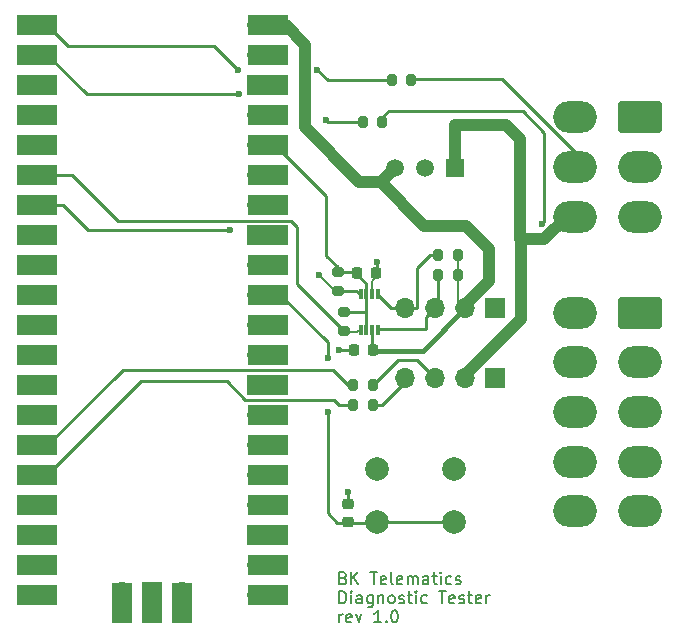
<source format=gbr>
%TF.GenerationSoftware,KiCad,Pcbnew,8.99.0-1891-ge2bd76bdce*%
%TF.CreationDate,2024-09-02T10:31:20+03:00*%
%TF.ProjectId,diagnostic_tester,64696167-6e6f-4737-9469-635f74657374,rev?*%
%TF.SameCoordinates,Original*%
%TF.FileFunction,Copper,L1,Top*%
%TF.FilePolarity,Positive*%
%FSLAX46Y46*%
G04 Gerber Fmt 4.6, Leading zero omitted, Abs format (unit mm)*
G04 Created by KiCad (PCBNEW 8.99.0-1891-ge2bd76bdce) date 2024-09-02 10:31:20*
%MOMM*%
%LPD*%
G01*
G04 APERTURE LIST*
G04 Aperture macros list*
%AMRoundRect*
0 Rectangle with rounded corners*
0 $1 Rounding radius*
0 $2 $3 $4 $5 $6 $7 $8 $9 X,Y pos of 4 corners*
0 Add a 4 corners polygon primitive as box body*
4,1,4,$2,$3,$4,$5,$6,$7,$8,$9,$2,$3,0*
0 Add four circle primitives for the rounded corners*
1,1,$1+$1,$2,$3*
1,1,$1+$1,$4,$5*
1,1,$1+$1,$6,$7*
1,1,$1+$1,$8,$9*
0 Add four rect primitives between the rounded corners*
20,1,$1+$1,$2,$3,$4,$5,0*
20,1,$1+$1,$4,$5,$6,$7,0*
20,1,$1+$1,$6,$7,$8,$9,0*
20,1,$1+$1,$8,$9,$2,$3,0*%
G04 Aperture macros list end*
%ADD10C,0.200000*%
%TA.AperFunction,NonConductor*%
%ADD11C,0.200000*%
%TD*%
%TA.AperFunction,ComponentPad*%
%ADD12RoundRect,0.250001X-1.599999X1.099999X-1.599999X-1.099999X1.599999X-1.099999X1.599999X1.099999X0*%
%TD*%
%TA.AperFunction,ComponentPad*%
%ADD13O,3.700000X2.700000*%
%TD*%
%TA.AperFunction,ComponentPad*%
%ADD14C,2.000000*%
%TD*%
%TA.AperFunction,SMDPad,CuDef*%
%ADD15RoundRect,0.200000X0.275000X-0.200000X0.275000X0.200000X-0.275000X0.200000X-0.275000X-0.200000X0*%
%TD*%
%TA.AperFunction,ComponentPad*%
%ADD16R,1.700000X1.700000*%
%TD*%
%TA.AperFunction,ComponentPad*%
%ADD17O,1.700000X1.700000*%
%TD*%
%TA.AperFunction,SMDPad,CuDef*%
%ADD18RoundRect,0.225000X-0.225000X-0.250000X0.225000X-0.250000X0.225000X0.250000X-0.225000X0.250000X0*%
%TD*%
%TA.AperFunction,SMDPad,CuDef*%
%ADD19RoundRect,0.225000X0.250000X-0.225000X0.250000X0.225000X-0.250000X0.225000X-0.250000X-0.225000X0*%
%TD*%
%TA.AperFunction,SMDPad,CuDef*%
%ADD20RoundRect,0.200000X0.200000X0.275000X-0.200000X0.275000X-0.200000X-0.275000X0.200000X-0.275000X0*%
%TD*%
%TA.AperFunction,SMDPad,CuDef*%
%ADD21RoundRect,0.200000X-0.200000X-0.275000X0.200000X-0.275000X0.200000X0.275000X-0.200000X0.275000X0*%
%TD*%
%TA.AperFunction,SMDPad,CuDef*%
%ADD22R,0.300000X0.850000*%
%TD*%
%TA.AperFunction,ComponentPad*%
%ADD23R,1.500000X1.500000*%
%TD*%
%TA.AperFunction,ComponentPad*%
%ADD24C,1.500000*%
%TD*%
%TA.AperFunction,SMDPad,CuDef*%
%ADD25RoundRect,0.225000X0.225000X0.250000X-0.225000X0.250000X-0.225000X-0.250000X0.225000X-0.250000X0*%
%TD*%
%TA.AperFunction,SMDPad,CuDef*%
%ADD26R,3.500000X1.700000*%
%TD*%
%TA.AperFunction,SMDPad,CuDef*%
%ADD27R,1.700000X3.500000*%
%TD*%
%TA.AperFunction,ViaPad*%
%ADD28C,0.600000*%
%TD*%
%TA.AperFunction,Conductor*%
%ADD29C,0.254000*%
%TD*%
%TA.AperFunction,Conductor*%
%ADD30C,1.000000*%
%TD*%
%TA.AperFunction,Conductor*%
%ADD31C,0.150000*%
%TD*%
%TA.AperFunction,Conductor*%
%ADD32C,0.400000*%
%TD*%
%TA.AperFunction,Conductor*%
%ADD33C,0.200000*%
%TD*%
G04 APERTURE END LIST*
D10*
D11*
X80143006Y-86243521D02*
X80285863Y-86291140D01*
X80285863Y-86291140D02*
X80333482Y-86338759D01*
X80333482Y-86338759D02*
X80381101Y-86433997D01*
X80381101Y-86433997D02*
X80381101Y-86576854D01*
X80381101Y-86576854D02*
X80333482Y-86672092D01*
X80333482Y-86672092D02*
X80285863Y-86719712D01*
X80285863Y-86719712D02*
X80190625Y-86767331D01*
X80190625Y-86767331D02*
X79809673Y-86767331D01*
X79809673Y-86767331D02*
X79809673Y-85767331D01*
X79809673Y-85767331D02*
X80143006Y-85767331D01*
X80143006Y-85767331D02*
X80238244Y-85814950D01*
X80238244Y-85814950D02*
X80285863Y-85862569D01*
X80285863Y-85862569D02*
X80333482Y-85957807D01*
X80333482Y-85957807D02*
X80333482Y-86053045D01*
X80333482Y-86053045D02*
X80285863Y-86148283D01*
X80285863Y-86148283D02*
X80238244Y-86195902D01*
X80238244Y-86195902D02*
X80143006Y-86243521D01*
X80143006Y-86243521D02*
X79809673Y-86243521D01*
X80809673Y-86767331D02*
X80809673Y-85767331D01*
X81381101Y-86767331D02*
X80952530Y-86195902D01*
X81381101Y-85767331D02*
X80809673Y-86338759D01*
X82428721Y-85767331D02*
X83000149Y-85767331D01*
X82714435Y-86767331D02*
X82714435Y-85767331D01*
X83714435Y-86719712D02*
X83619197Y-86767331D01*
X83619197Y-86767331D02*
X83428721Y-86767331D01*
X83428721Y-86767331D02*
X83333483Y-86719712D01*
X83333483Y-86719712D02*
X83285864Y-86624473D01*
X83285864Y-86624473D02*
X83285864Y-86243521D01*
X83285864Y-86243521D02*
X83333483Y-86148283D01*
X83333483Y-86148283D02*
X83428721Y-86100664D01*
X83428721Y-86100664D02*
X83619197Y-86100664D01*
X83619197Y-86100664D02*
X83714435Y-86148283D01*
X83714435Y-86148283D02*
X83762054Y-86243521D01*
X83762054Y-86243521D02*
X83762054Y-86338759D01*
X83762054Y-86338759D02*
X83285864Y-86433997D01*
X84333483Y-86767331D02*
X84238245Y-86719712D01*
X84238245Y-86719712D02*
X84190626Y-86624473D01*
X84190626Y-86624473D02*
X84190626Y-85767331D01*
X85095388Y-86719712D02*
X85000150Y-86767331D01*
X85000150Y-86767331D02*
X84809674Y-86767331D01*
X84809674Y-86767331D02*
X84714436Y-86719712D01*
X84714436Y-86719712D02*
X84666817Y-86624473D01*
X84666817Y-86624473D02*
X84666817Y-86243521D01*
X84666817Y-86243521D02*
X84714436Y-86148283D01*
X84714436Y-86148283D02*
X84809674Y-86100664D01*
X84809674Y-86100664D02*
X85000150Y-86100664D01*
X85000150Y-86100664D02*
X85095388Y-86148283D01*
X85095388Y-86148283D02*
X85143007Y-86243521D01*
X85143007Y-86243521D02*
X85143007Y-86338759D01*
X85143007Y-86338759D02*
X84666817Y-86433997D01*
X85571579Y-86767331D02*
X85571579Y-86100664D01*
X85571579Y-86195902D02*
X85619198Y-86148283D01*
X85619198Y-86148283D02*
X85714436Y-86100664D01*
X85714436Y-86100664D02*
X85857293Y-86100664D01*
X85857293Y-86100664D02*
X85952531Y-86148283D01*
X85952531Y-86148283D02*
X86000150Y-86243521D01*
X86000150Y-86243521D02*
X86000150Y-86767331D01*
X86000150Y-86243521D02*
X86047769Y-86148283D01*
X86047769Y-86148283D02*
X86143007Y-86100664D01*
X86143007Y-86100664D02*
X86285864Y-86100664D01*
X86285864Y-86100664D02*
X86381103Y-86148283D01*
X86381103Y-86148283D02*
X86428722Y-86243521D01*
X86428722Y-86243521D02*
X86428722Y-86767331D01*
X87333483Y-86767331D02*
X87333483Y-86243521D01*
X87333483Y-86243521D02*
X87285864Y-86148283D01*
X87285864Y-86148283D02*
X87190626Y-86100664D01*
X87190626Y-86100664D02*
X87000150Y-86100664D01*
X87000150Y-86100664D02*
X86904912Y-86148283D01*
X87333483Y-86719712D02*
X87238245Y-86767331D01*
X87238245Y-86767331D02*
X87000150Y-86767331D01*
X87000150Y-86767331D02*
X86904912Y-86719712D01*
X86904912Y-86719712D02*
X86857293Y-86624473D01*
X86857293Y-86624473D02*
X86857293Y-86529235D01*
X86857293Y-86529235D02*
X86904912Y-86433997D01*
X86904912Y-86433997D02*
X87000150Y-86386378D01*
X87000150Y-86386378D02*
X87238245Y-86386378D01*
X87238245Y-86386378D02*
X87333483Y-86338759D01*
X87666817Y-86100664D02*
X88047769Y-86100664D01*
X87809674Y-85767331D02*
X87809674Y-86624473D01*
X87809674Y-86624473D02*
X87857293Y-86719712D01*
X87857293Y-86719712D02*
X87952531Y-86767331D01*
X87952531Y-86767331D02*
X88047769Y-86767331D01*
X88381103Y-86767331D02*
X88381103Y-86100664D01*
X88381103Y-85767331D02*
X88333484Y-85814950D01*
X88333484Y-85814950D02*
X88381103Y-85862569D01*
X88381103Y-85862569D02*
X88428722Y-85814950D01*
X88428722Y-85814950D02*
X88381103Y-85767331D01*
X88381103Y-85767331D02*
X88381103Y-85862569D01*
X89285864Y-86719712D02*
X89190626Y-86767331D01*
X89190626Y-86767331D02*
X89000150Y-86767331D01*
X89000150Y-86767331D02*
X88904912Y-86719712D01*
X88904912Y-86719712D02*
X88857293Y-86672092D01*
X88857293Y-86672092D02*
X88809674Y-86576854D01*
X88809674Y-86576854D02*
X88809674Y-86291140D01*
X88809674Y-86291140D02*
X88857293Y-86195902D01*
X88857293Y-86195902D02*
X88904912Y-86148283D01*
X88904912Y-86148283D02*
X89000150Y-86100664D01*
X89000150Y-86100664D02*
X89190626Y-86100664D01*
X89190626Y-86100664D02*
X89285864Y-86148283D01*
X89666817Y-86719712D02*
X89762055Y-86767331D01*
X89762055Y-86767331D02*
X89952531Y-86767331D01*
X89952531Y-86767331D02*
X90047769Y-86719712D01*
X90047769Y-86719712D02*
X90095388Y-86624473D01*
X90095388Y-86624473D02*
X90095388Y-86576854D01*
X90095388Y-86576854D02*
X90047769Y-86481616D01*
X90047769Y-86481616D02*
X89952531Y-86433997D01*
X89952531Y-86433997D02*
X89809674Y-86433997D01*
X89809674Y-86433997D02*
X89714436Y-86386378D01*
X89714436Y-86386378D02*
X89666817Y-86291140D01*
X89666817Y-86291140D02*
X89666817Y-86243521D01*
X89666817Y-86243521D02*
X89714436Y-86148283D01*
X89714436Y-86148283D02*
X89809674Y-86100664D01*
X89809674Y-86100664D02*
X89952531Y-86100664D01*
X89952531Y-86100664D02*
X90047769Y-86148283D01*
X79809673Y-88377275D02*
X79809673Y-87377275D01*
X79809673Y-87377275D02*
X80047768Y-87377275D01*
X80047768Y-87377275D02*
X80190625Y-87424894D01*
X80190625Y-87424894D02*
X80285863Y-87520132D01*
X80285863Y-87520132D02*
X80333482Y-87615370D01*
X80333482Y-87615370D02*
X80381101Y-87805846D01*
X80381101Y-87805846D02*
X80381101Y-87948703D01*
X80381101Y-87948703D02*
X80333482Y-88139179D01*
X80333482Y-88139179D02*
X80285863Y-88234417D01*
X80285863Y-88234417D02*
X80190625Y-88329656D01*
X80190625Y-88329656D02*
X80047768Y-88377275D01*
X80047768Y-88377275D02*
X79809673Y-88377275D01*
X80809673Y-88377275D02*
X80809673Y-87710608D01*
X80809673Y-87377275D02*
X80762054Y-87424894D01*
X80762054Y-87424894D02*
X80809673Y-87472513D01*
X80809673Y-87472513D02*
X80857292Y-87424894D01*
X80857292Y-87424894D02*
X80809673Y-87377275D01*
X80809673Y-87377275D02*
X80809673Y-87472513D01*
X81714434Y-88377275D02*
X81714434Y-87853465D01*
X81714434Y-87853465D02*
X81666815Y-87758227D01*
X81666815Y-87758227D02*
X81571577Y-87710608D01*
X81571577Y-87710608D02*
X81381101Y-87710608D01*
X81381101Y-87710608D02*
X81285863Y-87758227D01*
X81714434Y-88329656D02*
X81619196Y-88377275D01*
X81619196Y-88377275D02*
X81381101Y-88377275D01*
X81381101Y-88377275D02*
X81285863Y-88329656D01*
X81285863Y-88329656D02*
X81238244Y-88234417D01*
X81238244Y-88234417D02*
X81238244Y-88139179D01*
X81238244Y-88139179D02*
X81285863Y-88043941D01*
X81285863Y-88043941D02*
X81381101Y-87996322D01*
X81381101Y-87996322D02*
X81619196Y-87996322D01*
X81619196Y-87996322D02*
X81714434Y-87948703D01*
X82619196Y-87710608D02*
X82619196Y-88520132D01*
X82619196Y-88520132D02*
X82571577Y-88615370D01*
X82571577Y-88615370D02*
X82523958Y-88662989D01*
X82523958Y-88662989D02*
X82428720Y-88710608D01*
X82428720Y-88710608D02*
X82285863Y-88710608D01*
X82285863Y-88710608D02*
X82190625Y-88662989D01*
X82619196Y-88329656D02*
X82523958Y-88377275D01*
X82523958Y-88377275D02*
X82333482Y-88377275D01*
X82333482Y-88377275D02*
X82238244Y-88329656D01*
X82238244Y-88329656D02*
X82190625Y-88282036D01*
X82190625Y-88282036D02*
X82143006Y-88186798D01*
X82143006Y-88186798D02*
X82143006Y-87901084D01*
X82143006Y-87901084D02*
X82190625Y-87805846D01*
X82190625Y-87805846D02*
X82238244Y-87758227D01*
X82238244Y-87758227D02*
X82333482Y-87710608D01*
X82333482Y-87710608D02*
X82523958Y-87710608D01*
X82523958Y-87710608D02*
X82619196Y-87758227D01*
X83095387Y-87710608D02*
X83095387Y-88377275D01*
X83095387Y-87805846D02*
X83143006Y-87758227D01*
X83143006Y-87758227D02*
X83238244Y-87710608D01*
X83238244Y-87710608D02*
X83381101Y-87710608D01*
X83381101Y-87710608D02*
X83476339Y-87758227D01*
X83476339Y-87758227D02*
X83523958Y-87853465D01*
X83523958Y-87853465D02*
X83523958Y-88377275D01*
X84143006Y-88377275D02*
X84047768Y-88329656D01*
X84047768Y-88329656D02*
X84000149Y-88282036D01*
X84000149Y-88282036D02*
X83952530Y-88186798D01*
X83952530Y-88186798D02*
X83952530Y-87901084D01*
X83952530Y-87901084D02*
X84000149Y-87805846D01*
X84000149Y-87805846D02*
X84047768Y-87758227D01*
X84047768Y-87758227D02*
X84143006Y-87710608D01*
X84143006Y-87710608D02*
X84285863Y-87710608D01*
X84285863Y-87710608D02*
X84381101Y-87758227D01*
X84381101Y-87758227D02*
X84428720Y-87805846D01*
X84428720Y-87805846D02*
X84476339Y-87901084D01*
X84476339Y-87901084D02*
X84476339Y-88186798D01*
X84476339Y-88186798D02*
X84428720Y-88282036D01*
X84428720Y-88282036D02*
X84381101Y-88329656D01*
X84381101Y-88329656D02*
X84285863Y-88377275D01*
X84285863Y-88377275D02*
X84143006Y-88377275D01*
X84857292Y-88329656D02*
X84952530Y-88377275D01*
X84952530Y-88377275D02*
X85143006Y-88377275D01*
X85143006Y-88377275D02*
X85238244Y-88329656D01*
X85238244Y-88329656D02*
X85285863Y-88234417D01*
X85285863Y-88234417D02*
X85285863Y-88186798D01*
X85285863Y-88186798D02*
X85238244Y-88091560D01*
X85238244Y-88091560D02*
X85143006Y-88043941D01*
X85143006Y-88043941D02*
X85000149Y-88043941D01*
X85000149Y-88043941D02*
X84904911Y-87996322D01*
X84904911Y-87996322D02*
X84857292Y-87901084D01*
X84857292Y-87901084D02*
X84857292Y-87853465D01*
X84857292Y-87853465D02*
X84904911Y-87758227D01*
X84904911Y-87758227D02*
X85000149Y-87710608D01*
X85000149Y-87710608D02*
X85143006Y-87710608D01*
X85143006Y-87710608D02*
X85238244Y-87758227D01*
X85571578Y-87710608D02*
X85952530Y-87710608D01*
X85714435Y-87377275D02*
X85714435Y-88234417D01*
X85714435Y-88234417D02*
X85762054Y-88329656D01*
X85762054Y-88329656D02*
X85857292Y-88377275D01*
X85857292Y-88377275D02*
X85952530Y-88377275D01*
X86285864Y-88377275D02*
X86285864Y-87710608D01*
X86285864Y-87377275D02*
X86238245Y-87424894D01*
X86238245Y-87424894D02*
X86285864Y-87472513D01*
X86285864Y-87472513D02*
X86333483Y-87424894D01*
X86333483Y-87424894D02*
X86285864Y-87377275D01*
X86285864Y-87377275D02*
X86285864Y-87472513D01*
X87190625Y-88329656D02*
X87095387Y-88377275D01*
X87095387Y-88377275D02*
X86904911Y-88377275D01*
X86904911Y-88377275D02*
X86809673Y-88329656D01*
X86809673Y-88329656D02*
X86762054Y-88282036D01*
X86762054Y-88282036D02*
X86714435Y-88186798D01*
X86714435Y-88186798D02*
X86714435Y-87901084D01*
X86714435Y-87901084D02*
X86762054Y-87805846D01*
X86762054Y-87805846D02*
X86809673Y-87758227D01*
X86809673Y-87758227D02*
X86904911Y-87710608D01*
X86904911Y-87710608D02*
X87095387Y-87710608D01*
X87095387Y-87710608D02*
X87190625Y-87758227D01*
X88238245Y-87377275D02*
X88809673Y-87377275D01*
X88523959Y-88377275D02*
X88523959Y-87377275D01*
X89523959Y-88329656D02*
X89428721Y-88377275D01*
X89428721Y-88377275D02*
X89238245Y-88377275D01*
X89238245Y-88377275D02*
X89143007Y-88329656D01*
X89143007Y-88329656D02*
X89095388Y-88234417D01*
X89095388Y-88234417D02*
X89095388Y-87853465D01*
X89095388Y-87853465D02*
X89143007Y-87758227D01*
X89143007Y-87758227D02*
X89238245Y-87710608D01*
X89238245Y-87710608D02*
X89428721Y-87710608D01*
X89428721Y-87710608D02*
X89523959Y-87758227D01*
X89523959Y-87758227D02*
X89571578Y-87853465D01*
X89571578Y-87853465D02*
X89571578Y-87948703D01*
X89571578Y-87948703D02*
X89095388Y-88043941D01*
X89952531Y-88329656D02*
X90047769Y-88377275D01*
X90047769Y-88377275D02*
X90238245Y-88377275D01*
X90238245Y-88377275D02*
X90333483Y-88329656D01*
X90333483Y-88329656D02*
X90381102Y-88234417D01*
X90381102Y-88234417D02*
X90381102Y-88186798D01*
X90381102Y-88186798D02*
X90333483Y-88091560D01*
X90333483Y-88091560D02*
X90238245Y-88043941D01*
X90238245Y-88043941D02*
X90095388Y-88043941D01*
X90095388Y-88043941D02*
X90000150Y-87996322D01*
X90000150Y-87996322D02*
X89952531Y-87901084D01*
X89952531Y-87901084D02*
X89952531Y-87853465D01*
X89952531Y-87853465D02*
X90000150Y-87758227D01*
X90000150Y-87758227D02*
X90095388Y-87710608D01*
X90095388Y-87710608D02*
X90238245Y-87710608D01*
X90238245Y-87710608D02*
X90333483Y-87758227D01*
X90666817Y-87710608D02*
X91047769Y-87710608D01*
X90809674Y-87377275D02*
X90809674Y-88234417D01*
X90809674Y-88234417D02*
X90857293Y-88329656D01*
X90857293Y-88329656D02*
X90952531Y-88377275D01*
X90952531Y-88377275D02*
X91047769Y-88377275D01*
X91762055Y-88329656D02*
X91666817Y-88377275D01*
X91666817Y-88377275D02*
X91476341Y-88377275D01*
X91476341Y-88377275D02*
X91381103Y-88329656D01*
X91381103Y-88329656D02*
X91333484Y-88234417D01*
X91333484Y-88234417D02*
X91333484Y-87853465D01*
X91333484Y-87853465D02*
X91381103Y-87758227D01*
X91381103Y-87758227D02*
X91476341Y-87710608D01*
X91476341Y-87710608D02*
X91666817Y-87710608D01*
X91666817Y-87710608D02*
X91762055Y-87758227D01*
X91762055Y-87758227D02*
X91809674Y-87853465D01*
X91809674Y-87853465D02*
X91809674Y-87948703D01*
X91809674Y-87948703D02*
X91333484Y-88043941D01*
X92238246Y-88377275D02*
X92238246Y-87710608D01*
X92238246Y-87901084D02*
X92285865Y-87805846D01*
X92285865Y-87805846D02*
X92333484Y-87758227D01*
X92333484Y-87758227D02*
X92428722Y-87710608D01*
X92428722Y-87710608D02*
X92523960Y-87710608D01*
X79809673Y-89987219D02*
X79809673Y-89320552D01*
X79809673Y-89511028D02*
X79857292Y-89415790D01*
X79857292Y-89415790D02*
X79904911Y-89368171D01*
X79904911Y-89368171D02*
X80000149Y-89320552D01*
X80000149Y-89320552D02*
X80095387Y-89320552D01*
X80809673Y-89939600D02*
X80714435Y-89987219D01*
X80714435Y-89987219D02*
X80523959Y-89987219D01*
X80523959Y-89987219D02*
X80428721Y-89939600D01*
X80428721Y-89939600D02*
X80381102Y-89844361D01*
X80381102Y-89844361D02*
X80381102Y-89463409D01*
X80381102Y-89463409D02*
X80428721Y-89368171D01*
X80428721Y-89368171D02*
X80523959Y-89320552D01*
X80523959Y-89320552D02*
X80714435Y-89320552D01*
X80714435Y-89320552D02*
X80809673Y-89368171D01*
X80809673Y-89368171D02*
X80857292Y-89463409D01*
X80857292Y-89463409D02*
X80857292Y-89558647D01*
X80857292Y-89558647D02*
X80381102Y-89653885D01*
X81190626Y-89320552D02*
X81428721Y-89987219D01*
X81428721Y-89987219D02*
X81666816Y-89320552D01*
X83333483Y-89987219D02*
X82762055Y-89987219D01*
X83047769Y-89987219D02*
X83047769Y-88987219D01*
X83047769Y-88987219D02*
X82952531Y-89130076D01*
X82952531Y-89130076D02*
X82857293Y-89225314D01*
X82857293Y-89225314D02*
X82762055Y-89272933D01*
X83762055Y-89891980D02*
X83809674Y-89939600D01*
X83809674Y-89939600D02*
X83762055Y-89987219D01*
X83762055Y-89987219D02*
X83714436Y-89939600D01*
X83714436Y-89939600D02*
X83762055Y-89891980D01*
X83762055Y-89891980D02*
X83762055Y-89987219D01*
X84428721Y-88987219D02*
X84523959Y-88987219D01*
X84523959Y-88987219D02*
X84619197Y-89034838D01*
X84619197Y-89034838D02*
X84666816Y-89082457D01*
X84666816Y-89082457D02*
X84714435Y-89177695D01*
X84714435Y-89177695D02*
X84762054Y-89368171D01*
X84762054Y-89368171D02*
X84762054Y-89606266D01*
X84762054Y-89606266D02*
X84714435Y-89796742D01*
X84714435Y-89796742D02*
X84666816Y-89891980D01*
X84666816Y-89891980D02*
X84619197Y-89939600D01*
X84619197Y-89939600D02*
X84523959Y-89987219D01*
X84523959Y-89987219D02*
X84428721Y-89987219D01*
X84428721Y-89987219D02*
X84333483Y-89939600D01*
X84333483Y-89939600D02*
X84285864Y-89891980D01*
X84285864Y-89891980D02*
X84238245Y-89796742D01*
X84238245Y-89796742D02*
X84190626Y-89606266D01*
X84190626Y-89606266D02*
X84190626Y-89368171D01*
X84190626Y-89368171D02*
X84238245Y-89177695D01*
X84238245Y-89177695D02*
X84285864Y-89082457D01*
X84285864Y-89082457D02*
X84333483Y-89034838D01*
X84333483Y-89034838D02*
X84428721Y-88987219D01*
D12*
%TO.P,J4,1,Pin_1*%
%TO.N,unconnected-(J4-Pin_1-Pad1)*%
X105285000Y-63790000D03*
D13*
%TO.P,J4,2,Pin_2*%
%TO.N,unconnected-(J4-Pin_2-Pad2)*%
X105285000Y-67990000D03*
%TO.P,J4,3,Pin_3*%
%TO.N,unconnected-(J4-Pin_3-Pad3)*%
X105285000Y-72190000D03*
%TO.P,J4,4,Pin_4*%
%TO.N,unconnected-(J4-Pin_4-Pad4)*%
X105285000Y-76390000D03*
%TO.P,J4,5,Pin_5*%
%TO.N,GND*%
X105285000Y-80590000D03*
%TO.P,J4,6,Pin_6*%
%TO.N,unconnected-(J4-Pin_6-Pad6)*%
X99785000Y-63790000D03*
%TO.P,J4,7,Pin_7*%
%TO.N,/TX_MASTER*%
X99785000Y-67990000D03*
%TO.P,J4,8,Pin_8*%
%TO.N,unconnected-(J4-Pin_8-Pad8)*%
X99785000Y-72190000D03*
%TO.P,J4,9,Pin_9*%
%TO.N,GND*%
X99785000Y-76390000D03*
%TO.P,J4,10,Pin_10*%
%TO.N,unconnected-(J4-Pin_10-Pad10)*%
X99785000Y-80590000D03*
%TD*%
D14*
%TO.P,SW1,1,1*%
%TO.N,Net-(U3-GPIO26_ADC0)*%
X89500000Y-81500000D03*
X83000000Y-81500000D03*
%TO.P,SW1,2,2*%
%TO.N,GND*%
X89500000Y-77000000D03*
X83000000Y-77000000D03*
%TD*%
D15*
%TO.P,R6,1*%
%TO.N,/PICO_SCL*%
X79700000Y-61950000D03*
%TO.P,R6,2*%
%TO.N,+3V3*%
X79700000Y-60300000D03*
%TD*%
D16*
%TO.P,J1,1,Pin_1*%
%TO.N,GND*%
X93000000Y-63400000D03*
D17*
%TO.P,J1,2,Pin_2*%
%TO.N,+5V*%
X90460000Y-63400000D03*
%TO.P,J1,3,Pin_3*%
%TO.N,/LCD_SDA*%
X87920000Y-63400000D03*
%TO.P,J1,4,Pin_4*%
%TO.N,/LCD_SCL*%
X85380000Y-63400000D03*
%TD*%
D18*
%TO.P,C3,1*%
%TO.N,+3V3*%
X81325000Y-60420000D03*
%TO.P,C3,2*%
%TO.N,GND*%
X82875000Y-60420000D03*
%TD*%
D19*
%TO.P,C1,1*%
%TO.N,Net-(U3-GPIO26_ADC0)*%
X80540000Y-81495000D03*
%TO.P,C1,2*%
%TO.N,GND*%
X80540000Y-79945000D03*
%TD*%
D20*
%TO.P,R4,1*%
%TO.N,/TX_SNIFFER*%
X82620000Y-71600000D03*
%TO.P,R4,2*%
%TO.N,/RX1*%
X80970000Y-71600000D03*
%TD*%
D15*
%TO.P,R5,1*%
%TO.N,/PICO_SDA*%
X80200000Y-65350000D03*
%TO.P,R5,2*%
%TO.N,+3V3*%
X80200000Y-63700000D03*
%TD*%
D21*
%TO.P,R8,1*%
%TO.N,/LCD_SCL*%
X88170000Y-58910000D03*
%TO.P,R8,2*%
%TO.N,+5V*%
X89820000Y-58910000D03*
%TD*%
D22*
%TO.P,U1,1,B2*%
%TO.N,/LCD_SCL*%
X83090000Y-62170000D03*
%TO.P,U1,2,GND*%
%TO.N,GND*%
X82590000Y-62170000D03*
%TO.P,U1,3,VCCA*%
%TO.N,+3V3*%
X82090000Y-62170000D03*
%TO.P,U1,4,A2*%
%TO.N,/PICO_SCL*%
X81590000Y-62170000D03*
%TO.P,U1,5,A1*%
%TO.N,/PICO_SDA*%
X81590000Y-65270000D03*
%TO.P,U1,6,OE*%
%TO.N,+3V3*%
X82090000Y-65270000D03*
%TO.P,U1,7,VCCB*%
%TO.N,+5V*%
X82590000Y-65270000D03*
%TO.P,U1,8,B1*%
%TO.N,/LCD_SDA*%
X83090000Y-65270000D03*
%TD*%
D23*
%TO.P,U2,1,Vin*%
%TO.N,+24V*%
X89580000Y-51500000D03*
D24*
%TO.P,U2,2,GND*%
%TO.N,GND*%
X87040000Y-51500000D03*
%TO.P,U2,3,Vout*%
%TO.N,+5V*%
X84500000Y-51500000D03*
%TD*%
D16*
%TO.P,J2,1,Pin_1*%
%TO.N,GND*%
X92970000Y-69320000D03*
D17*
%TO.P,J2,2,Pin_2*%
%TO.N,+24V*%
X90430000Y-69320000D03*
%TO.P,J2,3,Pin_3*%
%TO.N,/RX_SNIFFER*%
X87890000Y-69320000D03*
%TO.P,J2,4,Pin_4*%
%TO.N,/TX_SNIFFER*%
X85350000Y-69320000D03*
%TD*%
D12*
%TO.P,J3,1,Pin_1*%
%TO.N,unconnected-(J3-Pin_1-Pad1)*%
X105285000Y-47250000D03*
D13*
%TO.P,J3,2,Pin_2*%
%TO.N,unconnected-(J3-Pin_2-Pad2)*%
X105285000Y-51450000D03*
%TO.P,J3,3,Pin_3*%
%TO.N,GND*%
X105285000Y-55650000D03*
%TO.P,J3,4,Pin_4*%
%TO.N,unconnected-(J3-Pin_4-Pad4)*%
X99785000Y-47250000D03*
%TO.P,J3,5,Pin_5*%
%TO.N,/RX_MASTER*%
X99785000Y-51450000D03*
%TO.P,J3,6,Pin_6*%
%TO.N,+24V*%
X99785000Y-55650000D03*
%TD*%
D20*
%TO.P,R1,1*%
%TO.N,/RX_MASTER*%
X85885000Y-44100000D03*
%TO.P,R1,2*%
%TO.N,/TX0*%
X84235000Y-44100000D03*
%TD*%
%TO.P,R2,1*%
%TO.N,/TX_MASTER*%
X83430000Y-47600000D03*
%TO.P,R2,2*%
%TO.N,/RX0*%
X81780000Y-47600000D03*
%TD*%
D25*
%TO.P,C2,1*%
%TO.N,+5V*%
X82610000Y-66960000D03*
%TO.P,C2,2*%
%TO.N,GND*%
X81060000Y-66960000D03*
%TD*%
D21*
%TO.P,R7,1*%
%TO.N,/LCD_SDA*%
X88175000Y-60600000D03*
%TO.P,R7,2*%
%TO.N,+5V*%
X89825000Y-60600000D03*
%TD*%
D20*
%TO.P,R3,1*%
%TO.N,/RX_SNIFFER*%
X82620000Y-69900000D03*
%TO.P,R3,2*%
%TO.N,/TX1*%
X80970000Y-69900000D03*
%TD*%
D17*
%TO.P,U3,1,GPIO0*%
%TO.N,/TX0*%
X55085000Y-39440000D03*
D26*
X54185000Y-39440000D03*
D17*
%TO.P,U3,2,GPIO1*%
%TO.N,/RX0*%
X55085000Y-41980000D03*
D26*
X54185000Y-41980000D03*
D16*
%TO.P,U3,3,GND*%
%TO.N,GND*%
X55085000Y-44520000D03*
D26*
X54185000Y-44520000D03*
D17*
%TO.P,U3,4,GPIO2*%
%TO.N,unconnected-(U3-GPIO2-Pad4)*%
X55085000Y-47060000D03*
D26*
%TO.N,unconnected-(U3-GPIO2-Pad4)_1*%
X54185000Y-47060000D03*
D17*
%TO.P,U3,5,GPIO3*%
%TO.N,unconnected-(U3-GPIO3-Pad5)*%
X55085000Y-49600000D03*
D26*
%TO.N,unconnected-(U3-GPIO3-Pad5)_1*%
X54185000Y-49600000D03*
D17*
%TO.P,U3,6,GPIO4*%
%TO.N,/PICO_SDA*%
X55085000Y-52140000D03*
D26*
X54185000Y-52140000D03*
D17*
%TO.P,U3,7,GPIO5*%
%TO.N,/PICO_SCL*%
X55085000Y-54680000D03*
D26*
X54185000Y-54680000D03*
D16*
%TO.P,U3,8,GND*%
%TO.N,GND*%
X55085000Y-57220000D03*
D26*
X54185000Y-57220000D03*
D17*
%TO.P,U3,9,GPIO6*%
%TO.N,unconnected-(U3-GPIO6-Pad9)_1*%
X55085000Y-59760000D03*
D26*
%TO.N,unconnected-(U3-GPIO6-Pad9)*%
X54185000Y-59760000D03*
D17*
%TO.P,U3,10,GPIO7*%
%TO.N,unconnected-(U3-GPIO7-Pad10)_1*%
X55085000Y-62300000D03*
D26*
%TO.N,unconnected-(U3-GPIO7-Pad10)*%
X54185000Y-62300000D03*
D17*
%TO.P,U3,11,GPIO8*%
%TO.N,unconnected-(U3-GPIO8-Pad11)_1*%
X55085000Y-64840000D03*
D26*
%TO.N,unconnected-(U3-GPIO8-Pad11)*%
X54185000Y-64840000D03*
D17*
%TO.P,U3,12,GPIO9*%
%TO.N,unconnected-(U3-GPIO9-Pad12)_1*%
X55085000Y-67380000D03*
D26*
%TO.N,unconnected-(U3-GPIO9-Pad12)*%
X54185000Y-67380000D03*
D16*
%TO.P,U3,13,GND*%
%TO.N,GND*%
X55085000Y-69920000D03*
D26*
X54185000Y-69920000D03*
D17*
%TO.P,U3,14,GPIO10*%
%TO.N,unconnected-(U3-GPIO10-Pad14)*%
X55085000Y-72460000D03*
D26*
%TO.N,unconnected-(U3-GPIO10-Pad14)_1*%
X54185000Y-72460000D03*
D17*
%TO.P,U3,15,GPIO11*%
%TO.N,/TX1*%
X55085000Y-75000000D03*
D26*
X54185000Y-75000000D03*
D17*
%TO.P,U3,16,GPIO12*%
%TO.N,/RX1*%
X55085000Y-77540000D03*
D26*
X54185000Y-77540000D03*
D17*
%TO.P,U3,17,GPIO13*%
%TO.N,unconnected-(U3-GPIO13-Pad17)*%
X55085000Y-80080000D03*
D26*
%TO.N,unconnected-(U3-GPIO13-Pad17)_1*%
X54185000Y-80080000D03*
D16*
%TO.P,U3,18,GND*%
%TO.N,GND*%
X55085000Y-82620000D03*
D26*
X54185000Y-82620000D03*
D17*
%TO.P,U3,19,GPIO14*%
%TO.N,unconnected-(U3-GPIO14-Pad19)*%
X55085000Y-85160000D03*
D26*
%TO.N,unconnected-(U3-GPIO14-Pad19)_1*%
X54185000Y-85160000D03*
D17*
%TO.P,U3,20,GPIO15*%
%TO.N,unconnected-(U3-GPIO15-Pad20)_1*%
X55085000Y-87700000D03*
D26*
%TO.N,unconnected-(U3-GPIO15-Pad20)*%
X54185000Y-87700000D03*
D17*
%TO.P,U3,21,GPIO16*%
%TO.N,unconnected-(U3-GPIO16-Pad21)*%
X72865000Y-87700000D03*
D26*
%TO.N,unconnected-(U3-GPIO16-Pad21)_1*%
X73765000Y-87700000D03*
D17*
%TO.P,U3,22,GPIO17*%
%TO.N,unconnected-(U3-GPIO17-Pad22)*%
X72865000Y-85160000D03*
D26*
%TO.N,unconnected-(U3-GPIO17-Pad22)_1*%
X73765000Y-85160000D03*
D16*
%TO.P,U3,23,GND*%
%TO.N,GND*%
X72865000Y-82620000D03*
D26*
X73765000Y-82620000D03*
D17*
%TO.P,U3,24,GPIO18*%
%TO.N,unconnected-(U3-GPIO18-Pad24)*%
X72865000Y-80080000D03*
D26*
%TO.N,unconnected-(U3-GPIO18-Pad24)_1*%
X73765000Y-80080000D03*
D17*
%TO.P,U3,25,GPIO19*%
%TO.N,unconnected-(U3-GPIO19-Pad25)_1*%
X72865000Y-77540000D03*
D26*
%TO.N,unconnected-(U3-GPIO19-Pad25)*%
X73765000Y-77540000D03*
D17*
%TO.P,U3,26,GPIO20*%
%TO.N,unconnected-(U3-GPIO20-Pad26)*%
X72865000Y-75000000D03*
D26*
%TO.N,unconnected-(U3-GPIO20-Pad26)_1*%
X73765000Y-75000000D03*
D17*
%TO.P,U3,27,GPIO21*%
%TO.N,unconnected-(U3-GPIO21-Pad27)_1*%
X72865000Y-72460000D03*
D26*
%TO.N,unconnected-(U3-GPIO21-Pad27)*%
X73765000Y-72460000D03*
D16*
%TO.P,U3,28,GND*%
%TO.N,GND*%
X72865000Y-69920000D03*
D26*
X73765000Y-69920000D03*
D17*
%TO.P,U3,29,GPIO22*%
%TO.N,unconnected-(U3-GPIO22-Pad29)*%
X72865000Y-67380000D03*
D26*
%TO.N,unconnected-(U3-GPIO22-Pad29)_1*%
X73765000Y-67380000D03*
D17*
%TO.P,U3,30,RUN*%
%TO.N,unconnected-(U3-RUN-Pad30)_1*%
X72865000Y-64840000D03*
D26*
%TO.N,unconnected-(U3-RUN-Pad30)*%
X73765000Y-64840000D03*
D17*
%TO.P,U3,31,GPIO26_ADC0*%
%TO.N,Net-(U3-GPIO26_ADC0)*%
X72865000Y-62300000D03*
D26*
X73765000Y-62300000D03*
D17*
%TO.P,U3,32,GPIO27_ADC1*%
%TO.N,unconnected-(U3-GPIO27_ADC1-Pad32)*%
X72865000Y-59760000D03*
D26*
%TO.N,unconnected-(U3-GPIO27_ADC1-Pad32)_1*%
X73765000Y-59760000D03*
D16*
%TO.P,U3,33,AGND*%
%TO.N,GND*%
X72865000Y-57220000D03*
D26*
X73765000Y-57220000D03*
D17*
%TO.P,U3,34,GPIO28_ADC2*%
%TO.N,unconnected-(U3-GPIO28_ADC2-Pad34)*%
X72865000Y-54680000D03*
D26*
%TO.N,unconnected-(U3-GPIO28_ADC2-Pad34)_1*%
X73765000Y-54680000D03*
D17*
%TO.P,U3,35,ADC_VREF*%
%TO.N,unconnected-(U3-ADC_VREF-Pad35)_1*%
X72865000Y-52140000D03*
D26*
%TO.N,unconnected-(U3-ADC_VREF-Pad35)*%
X73765000Y-52140000D03*
D17*
%TO.P,U3,36,3V3*%
%TO.N,+3V3*%
X72865000Y-49600000D03*
D26*
X73765000Y-49600000D03*
D17*
%TO.P,U3,37,3V3_EN*%
%TO.N,unconnected-(U3-3V3_EN-Pad37)*%
X72865000Y-47060000D03*
D26*
%TO.N,unconnected-(U3-3V3_EN-Pad37)_1*%
X73765000Y-47060000D03*
D16*
%TO.P,U3,38,GND*%
%TO.N,GND*%
X72865000Y-44520000D03*
D26*
X73765000Y-44520000D03*
D17*
%TO.P,U3,39,VSYS*%
%TO.N,unconnected-(U3-VSYS-Pad39)_1*%
X72865000Y-41980000D03*
D26*
%TO.N,unconnected-(U3-VSYS-Pad39)*%
X73765000Y-41980000D03*
D17*
%TO.P,U3,40,VBUS*%
%TO.N,+5V*%
X72865000Y-39440000D03*
D26*
X73765000Y-39440000D03*
D17*
%TO.P,U3,41,SWCLK*%
%TO.N,unconnected-(U3-SWCLK-Pad41)*%
X61435000Y-87470000D03*
D27*
%TO.N,unconnected-(U3-SWCLK-Pad41)_1*%
X61435000Y-88370000D03*
D16*
%TO.P,U3,42,GND*%
%TO.N,GND*%
X63975000Y-87470000D03*
D27*
X63975000Y-88370000D03*
D17*
%TO.P,U3,43,SWDIO*%
%TO.N,unconnected-(U3-SWDIO-Pad43)_1*%
X66515000Y-87470000D03*
D27*
%TO.N,unconnected-(U3-SWDIO-Pad43)*%
X66515000Y-88370000D03*
%TD*%
D28*
%TO.N,Net-(U3-GPIO26_ADC0)*%
X78800000Y-67600000D03*
X78800000Y-72150000D03*
%TO.N,/TX_MASTER*%
X96970000Y-56300000D03*
%TO.N,/TX0*%
X77900000Y-43200000D03*
X71200000Y-43200000D03*
%TO.N,/RX0*%
X78700000Y-47500000D03*
X71300000Y-45300000D03*
%TO.N,GND*%
X82990000Y-59525000D03*
X79800000Y-66900000D03*
X80560000Y-78990000D03*
%TO.N,/PICO_SCL*%
X78100000Y-60600000D03*
X70500000Y-56800000D03*
%TD*%
D29*
%TO.N,Net-(U3-GPIO26_ADC0)*%
X82940000Y-81560000D02*
X83000000Y-81500000D01*
X78800000Y-67500000D02*
X78800000Y-66300000D01*
X89500000Y-81500000D02*
X83000000Y-81500000D01*
X78800000Y-72150000D02*
X78800000Y-80750000D01*
X78800000Y-80750000D02*
X79610000Y-81560000D01*
X74800000Y-62300000D02*
X72865000Y-62300000D01*
X79610000Y-81560000D02*
X82940000Y-81560000D01*
X78800000Y-66300000D02*
X74800000Y-62300000D01*
D30*
%TO.N,+5V*%
X76900000Y-41100000D02*
X75240000Y-39440000D01*
D31*
X82540000Y-65075000D02*
X82590000Y-65125000D01*
D30*
X90460000Y-63140000D02*
X90460000Y-63400000D01*
D32*
X86860000Y-67000000D02*
X90460000Y-63400000D01*
D33*
X89825000Y-62765000D02*
X89825000Y-58900000D01*
D29*
X82590000Y-66800000D02*
X82590000Y-65125000D01*
D30*
X92500000Y-58400000D02*
X92500000Y-61100000D01*
X83300000Y-52700000D02*
X87000000Y-56400000D01*
X87000000Y-56400000D02*
X90500000Y-56400000D01*
X90500000Y-56400000D02*
X92500000Y-58400000D01*
X84500000Y-51500000D02*
X83300000Y-52700000D01*
X76900000Y-48100000D02*
X76900000Y-41100000D01*
D29*
X82465000Y-66925000D02*
X82590000Y-66800000D01*
D30*
X75240000Y-39440000D02*
X72865000Y-39440000D01*
D33*
X90460000Y-63400000D02*
X89825000Y-62765000D01*
D32*
X82770000Y-67000000D02*
X86860000Y-67000000D01*
D30*
X83300000Y-52700000D02*
X81500000Y-52700000D01*
X81500000Y-52700000D02*
X76900000Y-48100000D01*
X92500000Y-61100000D02*
X90460000Y-63140000D01*
D29*
%TO.N,/RX_SNIFFER*%
X86370000Y-67800000D02*
X84725000Y-67800000D01*
X84725000Y-67800000D02*
X82625000Y-69900000D01*
X87890000Y-69320000D02*
X86370000Y-67800000D01*
D30*
%TO.N,+24V*%
X97125000Y-57580000D02*
X99055000Y-55650000D01*
X95170000Y-57580000D02*
X97125000Y-57580000D01*
X95110000Y-49110000D02*
X95110000Y-57520000D01*
X95110000Y-57520000D02*
X95170000Y-57580000D01*
X89580000Y-51500000D02*
X89580000Y-47900000D01*
X93900000Y-47900000D02*
X95110000Y-49110000D01*
X99055000Y-55650000D02*
X99930000Y-55650000D01*
X90430000Y-69070000D02*
X90430000Y-69320000D01*
X95170000Y-64330000D02*
X90430000Y-69070000D01*
X89580000Y-47900000D02*
X93900000Y-47900000D01*
X89655000Y-51425000D02*
X89580000Y-51500000D01*
X95170000Y-57580000D02*
X95170000Y-64330000D01*
D29*
%TO.N,+3V3*%
X74379000Y-49600000D02*
X72865000Y-49600000D01*
X78700000Y-59000000D02*
X78700000Y-53900000D01*
X82090000Y-63700000D02*
X82090000Y-65125000D01*
X81415000Y-60650000D02*
X81990000Y-61225000D01*
X82090000Y-61325000D02*
X81990000Y-61225000D01*
X81415000Y-60325000D02*
X81415000Y-60650000D01*
X80200000Y-63700000D02*
X82090000Y-63700000D01*
X82090000Y-62325000D02*
X82090000Y-61325000D01*
X79650000Y-59950000D02*
X78700000Y-59000000D01*
D33*
X80290000Y-63702818D02*
X80340000Y-63652818D01*
D29*
X82090000Y-62325000D02*
X82090000Y-63700000D01*
D31*
X72865000Y-49600000D02*
X74275000Y-49600000D01*
D29*
X78679000Y-53900000D02*
X74379000Y-49600000D01*
X81390000Y-60300000D02*
X81415000Y-60325000D01*
X79700000Y-60300000D02*
X81390000Y-60300000D01*
X78700000Y-53900000D02*
X78679000Y-53900000D01*
D31*
X81415000Y-60700000D02*
X81390000Y-60725000D01*
D29*
%TO.N,/TX_SNIFFER*%
X83425000Y-71600000D02*
X82625000Y-71600000D01*
X85225000Y-69800000D02*
X83425000Y-71600000D01*
%TO.N,/LCD_SCL*%
X87475000Y-58900000D02*
X88175000Y-58900000D01*
X86355000Y-63400000D02*
X86355000Y-60020000D01*
X86355000Y-60020000D02*
X87475000Y-58900000D01*
X84165000Y-63400000D02*
X86355000Y-63400000D01*
X83090000Y-62325000D02*
X84165000Y-63400000D01*
D33*
%TO.N,/LCD_SDA*%
X88175000Y-60600000D02*
X87920000Y-60855000D01*
D29*
X87170000Y-65125000D02*
X87170000Y-64150000D01*
X83090000Y-65125000D02*
X87170000Y-65125000D01*
X88175000Y-60600000D02*
X88175000Y-63145000D01*
X87170000Y-64150000D02*
X87920000Y-63400000D01*
X88175000Y-63145000D02*
X87920000Y-63400000D01*
%TO.N,/RX_MASTER*%
X99930000Y-51450000D02*
X99930000Y-50365000D01*
X93595000Y-44030000D02*
X85955000Y-44030000D01*
X99930000Y-50365000D02*
X93595000Y-44030000D01*
X85955000Y-44030000D02*
X85885000Y-44100000D01*
%TO.N,/TX_MASTER*%
X83970000Y-46710000D02*
X95320000Y-46710000D01*
X95320000Y-46710000D02*
X97143000Y-48533000D01*
X97143000Y-48533000D02*
X97143000Y-56127000D01*
X97143000Y-56127000D02*
X96970000Y-56300000D01*
X83430000Y-47600000D02*
X83430000Y-47250000D01*
X83430000Y-47250000D02*
X83970000Y-46710000D01*
%TO.N,/TX0*%
X69160000Y-41160000D02*
X56805000Y-41160000D01*
X71200000Y-43200000D02*
X69160000Y-41160000D01*
X78800000Y-44100000D02*
X84235000Y-44100000D01*
X77900000Y-43200000D02*
X78800000Y-44100000D01*
X56805000Y-41160000D02*
X55085000Y-39440000D01*
%TO.N,/RX0*%
X58405000Y-45300000D02*
X55085000Y-41980000D01*
X71300000Y-45300000D02*
X58405000Y-45300000D01*
X78800000Y-47600000D02*
X81780000Y-47600000D01*
X78700000Y-47500000D02*
X78800000Y-47600000D01*
%TO.N,/TX1*%
X55085000Y-75000000D02*
X55085000Y-74615000D01*
X55085000Y-75000000D02*
X61465000Y-68620000D01*
X80500000Y-69900000D02*
X80975000Y-69900000D01*
X79220000Y-68620000D02*
X80500000Y-69900000D01*
X61465000Y-68620000D02*
X79220000Y-68620000D01*
%TO.N,GND*%
X82990000Y-60300000D02*
X82965000Y-60325000D01*
D33*
X82590000Y-61125000D02*
X82590000Y-62225000D01*
X82965000Y-60750000D02*
X82965000Y-60325000D01*
D29*
X82990000Y-59525000D02*
X82990000Y-60300000D01*
X80915000Y-66925000D02*
X79825000Y-66925000D01*
X80560000Y-78990000D02*
X80560000Y-79800000D01*
X79825000Y-66925000D02*
X79800000Y-66900000D01*
D33*
X82590000Y-61125000D02*
X82965000Y-60750000D01*
D29*
%TO.N,/RX1*%
X70291000Y-69600000D02*
X63025000Y-69600000D01*
X79350000Y-71150000D02*
X71841000Y-71150000D01*
X63025000Y-69600000D02*
X55085000Y-77540000D01*
X79800000Y-71600000D02*
X79350000Y-71150000D01*
X71841000Y-71150000D02*
X70291000Y-69600000D01*
X80975000Y-71600000D02*
X79800000Y-71600000D01*
%TO.N,/PICO_SDA*%
X75699000Y-56000000D02*
X76200000Y-56501000D01*
D33*
X81290000Y-65425000D02*
X80290000Y-65425000D01*
X81590000Y-65125000D02*
X81290000Y-65425000D01*
D29*
X55085000Y-52140000D02*
X57160000Y-52140000D01*
X76200000Y-56501000D02*
X76200000Y-61350000D01*
X76200000Y-61350000D02*
X80200000Y-65350000D01*
X57160000Y-52140000D02*
X61020000Y-56000000D01*
X61020000Y-56000000D02*
X75699000Y-56000000D01*
%TO.N,/PICO_SCL*%
X58500000Y-56800000D02*
X70400000Y-56800000D01*
D31*
X78100000Y-60600000D02*
X79450000Y-61950000D01*
D29*
X56380000Y-54680000D02*
X58500000Y-56800000D01*
X56380000Y-54680000D02*
X55085000Y-54680000D01*
X79650000Y-61900000D02*
X79700000Y-61950000D01*
X81215000Y-61950000D02*
X81590000Y-62325000D01*
X79700000Y-61950000D02*
X81215000Y-61950000D01*
D31*
X79450000Y-61950000D02*
X79700000Y-61950000D01*
%TD*%
M02*

</source>
